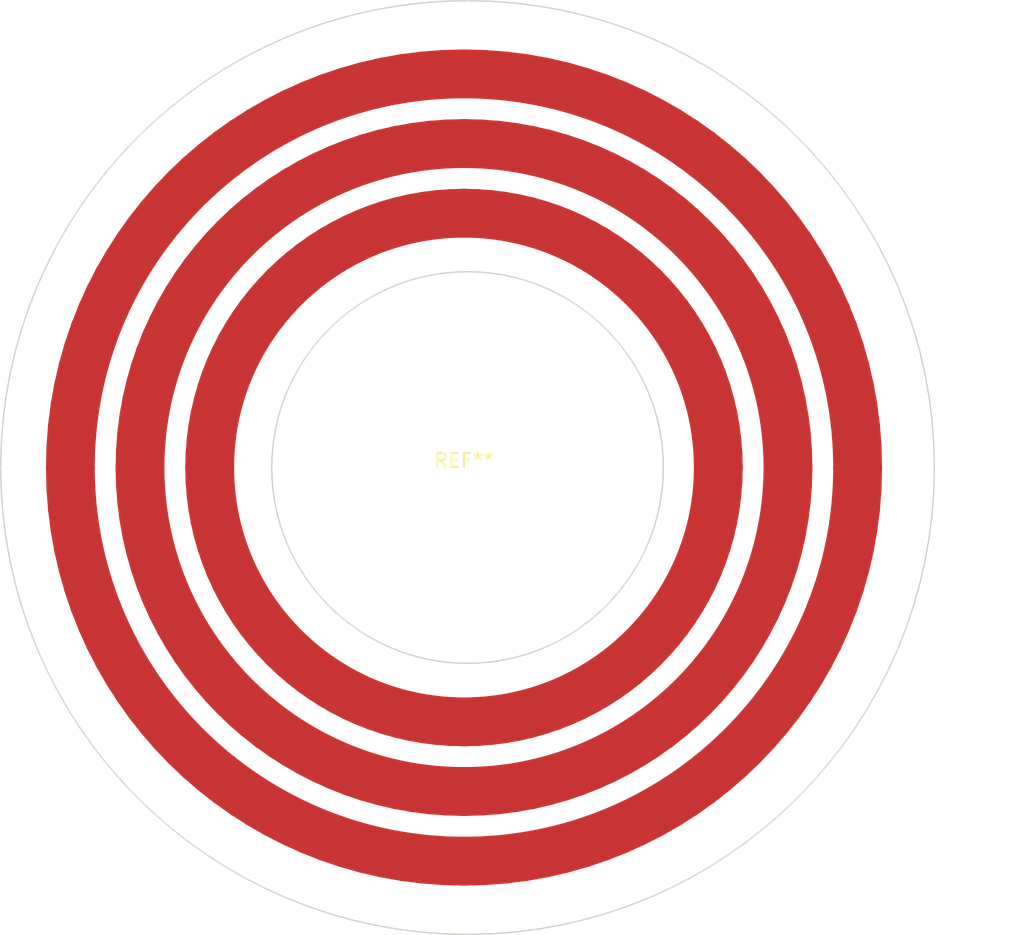
<source format=kicad_pcb>
(kicad_pcb (version 20211014) (generator pcbnew)
  (layers (0 "F.Cu" signal) (31 "B.Cu" signal) (34 "B.Paste" user) (35 "F.Paste" user) (36 "B.SilkS" user "B.Silkscreen") (37 "F.SilkS" user "F.Silkscreen") (38 "B.Mask" user) (39 "F.Mask" user) (44 "Edge.Cuts" user))
  (net 0 "")
  (footprint "Logos:slipring" (layer "F.Cu") (at 126.492 102.108)
    (fp_text reference "REF**")
    (fp_text value "slipring")
  )
  (gr_line (start 110.77791 72.651269) (end 112.222364 71.911463) (layer "Edge.Cuts") (width 0.1))
  (gr_line (start 121.277107 115.053884) (end 120.654745 114.772519) (layer "Edge.Cuts") (width 0.1))
  (gr_line (start 108.015831 74.329273) (end 109.375031 73.457907) (layer "Edge.Cuts") (width 0.1))
  (gr_line (start 126.746 135.608) (end 125.022094 135.56441) (layer "Edge.Cuts") (width 0.1))
  (gr_line (start 93.246 102.108) (end 93.246 102.108) (layer "Edge.Cuts") (width 0.1))
  (gr_line (start 94.752094 92.146124) (end 95.278771 90.589576) (layer "Edge.Cuts") (width 0.1))
  (gr_line (start 156.202731 118.07609) (end 155.396093 119.47897) (layer "Edge.Cuts") (width 0.1))
  (gr_line (start 159.565399 108.859419) (end 159.191331 110.480173) (layer "Edge.Cuts") (width 0.1))
  (gr_line (start 140.164342 97.929961) (end 140.353672 98.596687) (layer "Edge.Cuts") (width 0.1))
  (gr_line (start 117.299097 91.707935) (end 117.808895 91.266336) (layer "Edge.Cuts") (width 0.1))
  (gr_line (start 130.171181 68.780957) (end 131.84772 68.993995) (layer "Edge.Cuts") (width 0.1))
  (gr_line (start 138.761936 109.393436) (end 138.396482 109.963488) (layer "Edge.Cuts") (width 0.1))
  (gr_line (start 104.221356 77.310692) (end 105.436888 76.257771) (layer "Edge.Cuts") (width 0.1))
  (gr_line (start 130.924039 115.526342) (end 130.257313 115.715672) (layer "Edge.Cuts") (width 0.1))
  (gr_line (start 130.924039 88.689658) (end 131.57686 88.910548) (layer "Edge.Cuts") (width 0.1))
  (gr_line (start 123.234687 88.500329) (end 123.914436 88.343443) (layer "Edge.Cuts") (width 0.1))
  (gr_line (start 140.353672 98.596687) (end 140.510557 99.276436) (layer "Edge.Cuts") (width 0.1))
  (gr_line (start 154.524727 120.838169) (end 153.590737 122.151585) (layer "Edge.Cuts") (width 0.1))
  (gr_line (start 103.057922 78.419922) (end 104.221356 77.310692) (layer "Edge.Cuts") (width 0.1))
  (gr_line (start 113.800117 107.576893) (end 113.548548 106.93886) (layer "Edge.Cuts") (width 0.1))
  (gr_line (start 124.606324 115.996115) (end 123.914436 115.872557) (layer "Edge.Cuts") (width 0.1))
  (gr_line (start 140.510557 104.939564) (end 140.353672 105.619313) (layer "Edge.Cuts") (width 0.1))
  (gr_line (start 139.100243 108.805064) (end 138.761936 109.393436) (layer "Edge.Cuts") (width 0.1))
  (gr_line (start 139.943452 97.27714) (end 140.164342 97.929961) (layer "Edge.Cuts") (width 0.1))
  (gr_line (start 140.510557 99.276436) (end 140.634115 99.968324) (layer "Edge.Cuts") (width 0.1))
  (gr_line (start 115.227576 70.640771) (end 116.784124 70.114094) (layer "Edge.Cuts") (width 0.1))
  (gr_line (start 119.460564 114.123936) (end 118.890512 113.758482) (layer "Edge.Cuts") (width 0.1))
  (gr_line (start 140.723464 103.54453) (end 140.634115 104.247676) (layer "Edge.Cuts") (width 0.1))
  (gr_line (start 123.320819 68.780957) (end 125.022094 68.65159) (layer "Edge.Cuts") (width 0.1))
  (gr_line (start 112.981443 99.276436) (end 113.138329 98.596687) (layer "Edge.Cuts") (width 0.1))
  (gr_line (start 113.327658 97.929961) (end 113.548548 97.27714) (layer "Edge.Cuts") (width 0.1))
  (gr_line (start 95.278771 90.589576) (end 95.878596 89.068287) (layer "Edge.Cuts") (width 0.1))
  (gr_line (start 105.436888 76.257771) (end 106.702415 75.263263) (layer "Edge.Cuts") (width 0.1))
  (gr_line (start 116.784124 70.114094) (end 118.373827 69.662669) (layer "Edge.Cuts") (width 0.1))
  (gr_line (start 133.497419 134.927399) (end 131.84772 135.222005) (layer "Edge.Cuts") (width 0.1))
  (gr_line (start 101.948692 124.632644) (end 100.895771 123.417112) (layer "Edge.Cuts") (width 0.1))
  (gr_line (start 135.118173 134.553331) (end 133.497419 134.927399) (layer "Edge.Cuts") (width 0.1))
  (gr_line (start 125.022094 135.56441) (end 123.320819 135.435043) (layer "Edge.Cuts") (width 0.1))
  (gr_line (start 100.895771 123.417112) (end 99.901263 122.151585) (layer "Edge.Cuts") (width 0.1))
  (gr_line (start 155.396093 84.737031) (end 156.202731 86.13991) (layer "Edge.Cuts") (width 0.1))
  (gr_line (start 151.543308 79.583356) (end 152.596229 80.798888) (layer "Edge.Cuts") (width 0.1))
  (gr_line (start 140.164342 106.286039) (end 139.943452 106.93886) (layer "Edge.Cuts") (width 0.1))
  (gr_line (start 160.073043 105.533181) (end 159.860005 107.20972) (layer "Edge.Cuts") (width 0.1))
  (gr_line (start 106.702415 128.952737) (end 105.436888 127.958229) (layer "Edge.Cuts") (width 0.1))
  (gr_line (start 121.64428 135.222005) (end 119.994581 134.927399) (layer "Edge.Cuts") (width 0.1))
  (gr_line (start 106.702415 75.263263) (end 108.015831 74.329273) (layer "Edge.Cuts") (width 0.1))
  (gr_line (start 116.811149 112.042851) (end 116.345935 111.554903) (layer "Edge.Cuts") (width 0.1))
  (gr_line (start 127.469011 116.139721) (end 126.746 116.158003) (layer "Edge.Cuts") (width 0.1))
  (gr_line (start 114.081481 96.016745) (end 114.391757 95.410936) (layer "Edge.Cuts") (width 0.1))
  (gr_line (start 132.214893 115.053884) (end 131.57686 115.305452) (layer "Edge.Cuts") (width 0.1))
  (gr_line (start 113.327658 106.286039) (end 113.138329 105.619313) (layer "Edge.Cuts") (width 0.1))
  (gr_line (start 138.264424 133.575229) (end 136.707876 134.101907) (layer "Edge.Cuts") (width 0.1))
  (gr_line (start 158.213229 113.626424) (end 157.613404 115.147713) (layer "Edge.Cuts") (width 0.1))
  (gr_line (start 97.289269 118.07609) (end 96.549463 116.631636) (layer "Edge.Cuts") (width 0.1))
  (gr_line (start 140.796003 102.108) (end 140.777721 102.831011) (layer "Edge.Cuts") (width 0.1))
  (gr_line (start 122.567961 115.526342) (end 121.91514 115.305452) (layer "Edge.Cuts") (width 0.1))
  (gr_line (start 95.278771 113.626424) (end 94.752094 112.069876) (layer "Edge.Cuts") (width 0.1))
  (gr_line (start 140.796003 102.108) (end 140.796003 102.108) (layer "Edge.Cuts") (width 0.1))
  (gr_line (start 123.914436 88.343443) (end 124.606324 88.219885) (layer "Edge.Cuts") (width 0.1))
  (gr_line (start 117.808895 112.949664) (end 117.299097 112.508065) (layer "Edge.Cuts") (width 0.1))
  (gr_line (start 93.28959 103.831906) (end 93.246 102.108) (layer "Edge.Cuts") (width 0.1))
  (gr_line (start 159.860005 107.20972) (end 159.565399 108.859419) (layer "Edge.Cuts") (width 0.1))
  (gr_line (start 98.095907 119.47897) (end 97.289269 118.07609) (layer "Edge.Cuts") (width 0.1))
  (gr_line (start 110.77791 131.564731) (end 109.375031 130.758093) (layer "Edge.Cuts") (width 0.1))
  (gr_line (start 126.022989 88.076279) (end 126.746 88.057997) (layer "Edge.Cuts") (width 0.1))
  (gr_line (start 109.375031 73.457907) (end 110.77791 72.651269) (layer "Edge.Cuts") (width 0.1))
  (gr_line (start 126.746 88.057997) (end 126.746 88.057997) (layer "Edge.Cuts") (width 0.1))
  (gr_line (start 93.28959 100.384094) (end 93.418957 98.682819) (layer "Edge.Cuts") (width 0.1))
  (gr_line (start 139.943452 106.93886) (end 139.691884 107.576893) (layer "Edge.Cuts") (width 0.1))
  (gr_line (start 119.994581 69.288601) (end 121.64428 68.993995) (layer "Edge.Cuts") (width 0.1))
  (gr_line (start 95.878596 89.068287) (end 96.549463 87.584364) (layer "Edge.Cuts") (width 0.1))
  (gr_line (start 146.789585 75.263263) (end 148.055112 76.257771) (layer "Edge.Cuts") (width 0.1))
  (gr_line (start 113.800117 96.639107) (end 114.081481 96.016745) (layer "Edge.Cuts") (width 0.1))
  (gr_line (start 118.373827 134.553331) (end 116.784124 134.101907) (layer "Edge.Cuts") (width 0.1))
  (gr_line (start 132.837255 89.443481) (end 133.443064 89.753757) (layer "Edge.Cuts") (width 0.1))
  (gr_line (start 136.707876 70.114094) (end 138.264424 70.640771) (layer "Edge.Cuts") (width 0.1))
  (gr_line (start 133.443064 89.753757) (end 134.031436 90.092064) (layer "Edge.Cuts") (width 0.1))
  (gr_line (start 152.596229 80.798888) (end 153.590737 82.064415) (layer "Edge.Cuts") (width 0.1))
  (gr_line (start 154.524727 83.377831) (end 155.396093 84.737031) (layer "Edge.Cuts") (width 0.1))
  (gr_line (start 112.857885 104.247676) (end 112.768536 103.54453) (layer "Edge.Cuts") (width 0.1))
  (gr_line (start 140.634115 99.968324) (end 140.723464 100.67147) (layer "Edge.Cuts") (width 0.1))
  (gr_line (start 135.683105 91.266336) (end 136.192903 91.707935) (layer "Edge.Cuts") (width 0.1))
  (gr_line (start 94.752094 112.069876) (end 94.300669 110.480173) (layer "Edge.Cuts") (width 0.1))
  (gr_line (start 158.213229 90.589576) (end 158.739907 92.146124) (layer "Edge.Cuts") (width 0.1))
  (gr_line (start 94.300669 93.735827) (end 94.752094 92.146124) (layer "Edge.Cuts") (width 0.1))
  (gr_line (start 114.391757 95.410936) (end 114.730064 94.822564) (layer "Edge.Cuts") (width 0.1))
  (gr_line (start 97.289269 86.13991) (end 98.095907 84.737031) (layer "Edge.Cuts") (width 0.1))
  (gr_line (start 112.714279 102.831011) (end 112.695997 102.108) (layer "Edge.Cuts") (width 0.1))
  (gr_line (start 156.202731 86.13991) (end 156.942537 87.584364) (layer "Edge.Cuts") (width 0.1))
  (gr_line (start 156.942537 87.584364) (end 157.613404 89.068287) (layer "Edge.Cuts") (width 0.1))
  (gr_line (start 159.860005 97.00628) (end 160.073043 98.682819) (layer "Edge.Cuts") (width 0.1))
  (gr_line (start 139.691884 107.576893) (end 139.410519 108.199255) (layer "Edge.Cuts") (width 0.1))
  (gr_line (start 145.476169 74.329273) (end 146.789585 75.263263) (layer "Edge.Cuts") (width 0.1))
  (gr_line (start 120.048936 89.753757) (end 120.654745 89.443481) (layer "Edge.Cuts") (width 0.1))
  (gr_line (start 160.20241 103.831906) (end 160.073043 105.533181) (layer "Edge.Cuts") (width 0.1))
  (gr_line (start 145.476169 129.886727) (end 144.11697 130.758093) (layer "Edge.Cuts") (width 0.1))
  (gr_line (start 140.777721 102.831011) (end 140.723464 103.54453) (layer "Edge.Cuts") (width 0.1))
  (gr_line (start 131.84772 68.993995) (end 133.497419 69.288601) (layer "Edge.Cuts") (width 0.1))
  (gr_line (start 114.730064 94.822564) (end 115.095518 94.252512) (layer "Edge.Cuts") (width 0.1))
  (gr_line (start 114.081481 108.199255) (end 113.800117 107.576893) (layer "Edge.Cuts") (width 0.1))
  (gr_line (start 141.269636 132.304537) (end 139.785713 132.975404) (layer "Edge.Cuts") (width 0.1))
  (gr_line (start 125.30947 88.130536) (end 126.022989 88.076279) (layer "Edge.Cuts") (width 0.1))
  (gr_line (start 128.18253 88.130536) (end 128.885676 88.219885) (layer "Edge.Cuts") (width 0.1))
  (gr_line (start 112.981443 104.939564) (end 112.857885 104.247676) (layer "Edge.Cuts") (width 0.1))
  (gr_line (start 115.227576 133.575229) (end 113.706287 132.975404) (layer "Edge.Cuts") (width 0.1))
  (gr_line (start 113.548548 106.93886) (end 113.327658 106.286039) (layer "Edge.Cuts") (width 0.1))
  (gr_line (start 100.895771 80.798888) (end 101.948692 79.583356) (layer "Edge.Cuts") (width 0.1))
  (gr_line (start 93.631995 97.00628) (end 93.926601 95.356581) (layer "Edge.Cuts") (width 0.1))
  (gr_line (start 104.221356 126.905308) (end 103.057922 125.796078) (layer "Edge.Cuts") (width 0.1))
  (gr_line (start 137.146065 92.661097) (end 137.587664 93.170895) (layer "Edge.Cuts") (width 0.1))
  (gr_line (start 142.71409 131.564731) (end 141.269636 132.304537) (layer "Edge.Cuts") (width 0.1))
  (gr_line (start 98.095907 84.737031) (end 98.967273 83.377831) (layer "Edge.Cuts") (width 0.1))
  (gr_line (start 117.299097 112.508065) (end 116.811149 112.042851) (layer "Edge.Cuts") (width 0.1))
  (gr_line (start 131.57686 88.910548) (end 132.214893 89.162117) (layer "Edge.Cuts") (width 0.1))
  (gr_line (start 112.222364 71.911463) (end 113.706287 71.240596) (layer "Edge.Cuts") (width 0.1))
  (gr_line (start 130.257313 88.500329) (end 130.924039 88.689658) (layer "Edge.Cuts") (width 0.1))
  (gr_line (start 93.926601 108.859419) (end 93.631995 107.20972) (layer "Edge.Cuts") (width 0.1))
  (gr_line (start 95.878596 115.147713) (end 95.278771 113.626424) (layer "Edge.Cuts") (width 0.1))
  (gr_line (start 126.746 116.158003) (end 126.746 116.158003) (layer "Edge.Cuts") (width 0.1))
  (gr_line (start 131.57686 115.305452) (end 130.924039 115.526342) (layer "Edge.Cuts") (width 0.1))
  (gr_line (start 121.277107 89.162117) (end 121.91514 88.910548) (layer "Edge.Cuts") (width 0.1))
  (gr_line (start 139.100243 95.410936) (end 139.410519 96.016745) (layer "Edge.Cuts") (width 0.1))
  (gr_line (start 135.152339 90.849236) (end 135.683105 91.266336) (layer "Edge.Cuts") (width 0.1))
  (gr_line (start 131.84772 135.222005) (end 130.171181 135.435043) (layer "Edge.Cuts") (width 0.1))
  (gr_line (start 144.11697 73.457907) (end 145.476169 74.329273) (layer "Edge.Cuts") (width 0.1))
  (gr_line (start 120.654745 89.443481) (end 121.277107 89.162117) (layer "Edge.Cuts") (width 0.1))
  (gr_line (start 93.418957 98.682819) (end 93.631995 97.00628) (layer "Edge.Cuts") (width 0.1))
  (gr_line (start 159.191331 110.480173) (end 158.739907 112.069876) (layer "Edge.Cuts") (width 0.1))
  (gr_line (start 105.436888 127.958229) (end 104.221356 126.905308) (layer "Edge.Cuts") (width 0.1))
  (gr_line (start 112.857885 99.968324) (end 112.981443 99.276436) (layer "Edge.Cuts") (width 0.1))
  (gr_line (start 148.055112 127.958229) (end 146.789585 128.952737) (layer "Edge.Cuts") (width 0.1))
  (gr_line (start 157.613404 115.147713) (end 156.942537 116.631636) (layer "Edge.Cuts") (width 0.1))
  (gr_line (start 160.246 102.108) (end 160.246 102.108) (layer "Edge.Cuts") (width 0.1))
  (gr_line (start 116.345935 111.554903) (end 115.904336 111.045105) (layer "Edge.Cuts") (width 0.1))
  (gr_line (start 118.890512 113.758482) (end 118.339661 113.366764) (layer "Edge.Cuts") (width 0.1))
  (gr_line (start 134.031436 114.123936) (end 133.443064 114.462243) (layer "Edge.Cuts") (width 0.1))
  (gr_line (start 133.497419 69.288601) (end 135.118173 69.662669) (layer "Edge.Cuts") (width 0.1))
  (gr_line (start 139.691884 96.639107) (end 139.943452 97.27714) (layer "Edge.Cuts") (width 0.1))
  (gr_line (start 129.577564 88.343443) (end 130.257313 88.500329) (layer "Edge.Cuts") (width 0.1))
  (gr_line (start 159.191331 93.735827) (end 159.565399 95.356581) (layer "Edge.Cuts") (width 0.1))
  (gr_line (start 160.246 102.108) (end 160.246 102.108) (layer "Edge.Cuts") (width 0.1))
  (gr_line (start 156.942537 116.631636) (end 156.202731 118.07609) (layer "Edge.Cuts") (width 0.1))
  (gr_line (start 149.270644 77.310692) (end 150.434078 78.419922) (layer "Edge.Cuts") (width 0.1))
  (gr_line (start 134.601488 90.457518) (end 135.152339 90.849236) (layer "Edge.Cuts") (width 0.1))
  (gr_line (start 153.590737 82.064415) (end 154.524727 83.377831) (layer "Edge.Cuts") (width 0.1))
  (gr_line (start 139.785713 71.240596) (end 141.269636 71.911463) (layer "Edge.Cuts") (width 0.1))
  (gr_line (start 96.549463 116.631636) (end 95.878596 115.147713) (layer "Edge.Cuts") (width 0.1))
  (gr_line (start 115.487236 110.514339) (end 115.095518 109.963488) (layer "Edge.Cuts") (width 0.1))
  (gr_line (start 137.146065 111.554903) (end 136.680851 112.042851) (layer "Edge.Cuts") (width 0.1))
  (gr_line (start 140.796003 102.108) (end 140.796003 102.108) (layer "Edge.Cuts") (width 0.1))
  (gr_line (start 125.022094 68.65159) (end 126.746 68.608) (layer "Edge.Cuts") (width 0.1))
  (gr_line (start 118.339661 113.366764) (end 117.808895 112.949664) (layer "Edge.Cuts") (width 0.1))
  (gr_line (start 129.577564 115.872557) (end 128.885676 115.996115) (layer "Edge.Cuts") (width 0.1))
  (gr_line (start 115.904336 111.045105) (end 115.487236 110.514339) (layer "Edge.Cuts") (width 0.1))
  (gr_line (start 126.746 68.608) (end 126.746 68.608) (layer "Edge.Cuts") (width 0.1))
  (gr_line (start 160.073043 98.682819) (end 160.20241 100.384094) (layer "Edge.Cuts") (width 0.1))
  (gr_line (start 119.460564 90.092064) (end 120.048936 89.753757) (layer "Edge.Cuts") (width 0.1))
  (gr_line (start 103.057922 125.796078) (end 101.948692 124.632644) (layer "Edge.Cuts") (width 0.1))
  (gr_line (start 132.837255 114.772519) (end 132.214893 115.053884) (layer "Edge.Cuts") (width 0.1))
  (gr_line (start 149.270644 126.905308) (end 148.055112 127.958229) (layer "Edge.Cuts") (width 0.1))
  (gr_line (start 136.192903 91.707935) (end 136.680851 92.173149) (layer "Edge.Cuts") (width 0.1))
  (gr_line (start 113.706287 71.240596) (end 115.227576 70.640771) (layer "Edge.Cuts") (width 0.1))
  (gr_line (start 130.171181 135.435043) (end 128.469906 135.56441) (layer "Edge.Cuts") (width 0.1))
  (gr_line (start 141.269636 71.911463) (end 142.71409 72.651269) (layer "Edge.Cuts") (width 0.1))
  (gr_line (start 138.004764 93.701661) (end 138.396482 94.252512) (layer "Edge.Cuts") (width 0.1))
  (gr_line (start 117.808895 91.266336) (end 118.339661 90.849236) (layer "Edge.Cuts") (width 0.1))
  (gr_line (start 137.587664 93.170895) (end 138.004764 93.701661) (layer "Edge.Cuts") (width 0.1))
  (gr_line (start 139.785713 132.975404) (end 138.264424 133.575229) (layer "Edge.Cuts") (width 0.1))
  (gr_line (start 128.18253 116.085464) (end 127.469011 116.139721) (layer "Edge.Cuts") (width 0.1))
  (gr_line (start 126.746 135.608) (end 126.746 135.608) (layer "Edge.Cuts") (width 0.1))
  (gr_line (start 126.746 68.608) (end 128.469906 68.65159) (layer "Edge.Cuts") (width 0.1))
  (gr_line (start 121.91514 88.910548) (end 122.567961 88.689658) (layer "Edge.Cuts") (width 0.1))
  (gr_line (start 118.373827 69.662669) (end 119.994581 69.288601) (layer "Edge.Cuts") (width 0.1))
  (gr_line (start 128.885676 115.996115) (end 128.18253 116.085464) (layer "Edge.Cuts") (width 0.1))
  (gr_line (start 140.353672 105.619313) (end 140.164342 106.286039) (layer "Edge.Cuts") (width 0.1))
  (gr_line (start 112.768536 100.67147) (end 112.857885 99.968324) (layer "Edge.Cuts") (width 0.1))
  (gr_line (start 101.948692 79.583356) (end 103.057922 78.419922) (layer "Edge.Cuts") (width 0.1))
  (gr_line (start 116.345935 92.661097) (end 116.811149 92.173149) (layer "Edge.Cuts") (width 0.1))
  (gr_line (start 159.565399 95.356581) (end 159.860005 97.00628) (layer "Edge.Cuts") (width 0.1))
  (gr_line (start 150.434078 125.796078) (end 149.270644 126.905308) (layer "Edge.Cuts") (width 0.1))
  (gr_line (start 121.64428 68.993995) (end 123.320819 68.780957) (layer "Edge.Cuts") (width 0.1))
  (gr_line (start 135.683105 112.949664) (end 135.152339 113.366764) (layer "Edge.Cuts") (width 0.1))
  (gr_line (start 136.680851 112.042851) (end 136.192903 112.508065) (layer "Edge.Cuts") (width 0.1))
  (gr_line (start 128.885676 88.219885) (end 129.577564 88.343443) (layer "Edge.Cuts") (width 0.1))
  (gr_line (start 155.396093 119.47897) (end 154.524727 120.838169) (layer "Edge.Cuts") (width 0.1))
  (gr_line (start 134.601488 113.758482) (end 134.031436 114.123936) (layer "Edge.Cuts") (width 0.1))
  (gr_line (start 134.031436 90.092064) (end 134.601488 90.457518) (layer "Edge.Cuts") (width 0.1))
  (gr_line (start 119.994581 134.927399) (end 118.373827 134.553331) (layer "Edge.Cuts") (width 0.1))
  (gr_line (start 160.246 102.108) (end 160.20241 103.831906) (layer "Edge.Cuts") (width 0.1))
  (gr_line (start 112.768536 103.54453) (end 112.714279 102.831011) (layer "Edge.Cuts") (width 0.1))
  (gr_line (start 133.443064 114.462243) (end 132.837255 114.772519) (layer "Edge.Cuts") (width 0.1))
  (gr_line (start 98.967273 83.377831) (end 99.901263 82.064415) (layer "Edge.Cuts") (width 0.1))
  (gr_line (start 128.469906 135.56441) (end 126.746 135.608) (layer "Edge.Cuts") (width 0.1))
  (gr_line (start 93.246 102.108) (end 93.28959 100.384094) (layer "Edge.Cuts") (width 0.1))
  (gr_line (start 138.396482 94.252512) (end 138.761936 94.822564) (layer "Edge.Cuts") (width 0.1))
  (gr_line (start 157.613404 89.068287) (end 158.213229 90.589576) (layer "Edge.Cuts") (width 0.1))
  (gr_line (start 137.587664 111.045105) (end 137.146065 111.554903) (layer "Edge.Cuts") (width 0.1))
  (gr_line (start 112.695997 102.108) (end 112.695997 102.108) (layer "Edge.Cuts") (width 0.1))
  (gr_line (start 138.761936 94.822564) (end 139.100243 95.410936) (layer "Edge.Cuts") (width 0.1))
  (gr_line (start 123.914436 115.872557) (end 123.234687 115.715672) (layer "Edge.Cuts") (width 0.1))
  (gr_line (start 158.739907 112.069876) (end 158.213229 113.626424) (layer "Edge.Cuts") (width 0.1))
  (gr_line (start 136.680851 92.173149) (end 137.146065 92.661097) (layer "Edge.Cuts") (width 0.1))
  (gr_line (start 138.004764 110.514339) (end 137.587664 111.045105) (layer "Edge.Cuts") (width 0.1))
  (gr_line (start 140.723464 100.67147) (end 140.777721 101.384989) (layer "Edge.Cuts") (width 0.1))
  (gr_line (start 144.11697 130.758093) (end 142.71409 131.564731) (layer "Edge.Cuts") (width 0.1))
  (gr_line (start 138.396482 109.963488) (end 138.004764 110.514339) (layer "Edge.Cuts") (width 0.1))
  (gr_line (start 114.391757 108.805064) (end 114.081481 108.199255) (layer "Edge.Cuts") (width 0.1))
  (gr_line (start 151.543308 124.632644) (end 150.434078 125.796078) (layer "Edge.Cuts") (width 0.1))
  (gr_line (start 128.469906 68.65159) (end 130.171181 68.780957) (layer "Edge.Cuts") (width 0.1))
  (gr_line (start 123.234687 115.715672) (end 122.567961 115.526342) (layer "Edge.Cuts") (width 0.1))
  (gr_line (start 113.138329 105.619313) (end 112.981443 104.939564) (layer "Edge.Cuts") (width 0.1))
  (gr_line (start 132.214893 89.162117) (end 132.837255 89.443481) (layer "Edge.Cuts") (width 0.1))
  (gr_line (start 138.264424 70.640771) (end 139.785713 71.240596) (layer "Edge.Cuts") (width 0.1))
  (gr_line (start 122.567961 88.689658) (end 123.234687 88.500329) (layer "Edge.Cuts") (width 0.1))
  (gr_line (start 135.152339 113.366764) (end 134.601488 113.758482) (layer "Edge.Cuts") (width 0.1))
  (gr_line (start 146.789585 128.952737) (end 145.476169 129.886727) (layer "Edge.Cuts") (width 0.1))
  (gr_line (start 123.320819 135.435043) (end 121.64428 135.222005) (layer "Edge.Cuts") (width 0.1))
  (gr_line (start 114.730064 109.393436) (end 114.391757 108.805064) (layer "Edge.Cuts") (width 0.1))
  (gr_line (start 99.901263 122.151585) (end 98.967273 120.838169) (layer "Edge.Cuts") (width 0.1))
  (gr_line (start 121.91514 115.305452) (end 121.277107 115.053884) (layer "Edge.Cuts") (width 0.1))
  (gr_line (start 125.30947 116.085464) (end 124.606324 115.996115) (layer "Edge.Cuts") (width 0.1))
  (gr_line (start 93.631995 107.20972) (end 93.418957 105.533181) (layer "Edge.Cuts") (width 0.1))
  (gr_line (start 116.811149 92.173149) (end 117.299097 91.707935) (layer "Edge.Cuts") (width 0.1))
  (gr_line (start 152.596229 123.417112) (end 151.543308 124.632644) (layer "Edge.Cuts") (width 0.1))
  (gr_line (start 94.300669 110.480173) (end 93.926601 108.859419) (layer "Edge.Cuts") (width 0.1))
  (gr_line (start 142.71409 72.651269) (end 144.11697 73.457907) (layer "Edge.Cuts") (width 0.1))
  (gr_line (start 115.904336 93.170895) (end 116.345935 92.661097) (layer "Edge.Cuts") (width 0.1))
  (gr_line (start 136.707876 134.101907) (end 135.118173 134.553331) (layer "Edge.Cuts") (width 0.1))
  (gr_line (start 124.606324 88.219885) (end 125.30947 88.130536) (layer "Edge.Cuts") (width 0.1))
  (gr_line (start 139.410519 96.016745) (end 139.691884 96.639107) (layer "Edge.Cuts") (width 0.1))
  (gr_line (start 113.706287 132.975404) (end 112.222364 132.304537) (layer "Edge.Cuts") (width 0.1))
  (gr_line (start 116.784124 134.101907) (end 115.227576 133.575229) (layer "Edge.Cuts") (width 0.1))
  (gr_line (start 112.714279 101.384989) (end 112.768536 100.67147) (layer "Edge.Cuts") (width 0.1))
  (gr_line (start 136.192903 112.508065) (end 135.683105 112.949664) (layer "Edge.Cuts") (width 0.1))
  (gr_line (start 115.095518 109.963488) (end 114.730064 109.393436) (layer "Edge.Cuts") (width 0.1))
  (gr_line (start 135.118173 69.662669) (end 136.707876 70.114094) (layer "Edge.Cuts") (width 0.1))
  (gr_line (start 108.015831 129.886727) (end 106.702415 128.952737) (layer "Edge.Cuts") (width 0.1))
  (gr_line (start 115.487236 93.701661) (end 115.904336 93.170895) (layer "Edge.Cuts") (width 0.1))
  (gr_line (start 96.549463 87.584364) (end 97.289269 86.13991) (layer "Edge.Cuts") (width 0.1))
  (gr_line (start 109.375031 130.758093) (end 108.015831 129.886727) (layer "Edge.Cuts") (width 0.1))
  (gr_line (start 112.695997 102.108) (end 112.714279 101.384989) (layer "Edge.Cuts") (width 0.1))
  (gr_line (start 98.967273 120.838169) (end 98.095907 119.47897) (layer "Edge.Cuts") (width 0.1))
  (gr_line (start 118.890512 90.457518) (end 119.460564 90.092064) (layer "Edge.Cuts") (width 0.1))
  (gr_line (start 126.746 116.158003) (end 126.022989 116.139721) (layer "Edge.Cuts") (width 0.1))
  (gr_line (start 93.418957 105.533181) (end 93.28959 103.831906) (layer "Edge.Cuts") (width 0.1))
  (gr_line (start 120.048936 114.462243) (end 119.460564 114.123936) (layer "Edge.Cuts") (width 0.1))
  (gr_line (start 130.257313 115.715672) (end 129.577564 115.872557) (layer "Edge.Cuts") (width 0.1))
  (gr_line (start 115.095518 94.252512) (end 115.487236 93.701661) (layer "Edge.Cuts") (width 0.1))
  (gr_line (start 120.654745 114.772519) (end 120.048936 114.462243) (layer "Edge.Cuts") (width 0.1))
  (gr_line (start 93.926601 95.356581) (end 94.300669 93.735827) (layer "Edge.Cuts") (width 0.1))
  (gr_line (start 153.590737 122.151585) (end 152.596229 123.417112) (layer "Edge.Cuts") (width 0.1))
  (gr_line (start 160.20241 100.384094) (end 160.246 102.108) (layer "Edge.Cuts") (width 0.1))
  (gr_line (start 140.777721 101.384989) (end 140.796003 102.108) (layer "Edge.Cuts") (width 0.1))
  (gr_line (start 158.739907 92.146124) (end 159.191331 93.735827) (layer "Edge.Cuts") (width 0.1))
  (gr_line (start 126.746 88.057997) (end 127.469011 88.076279) (layer "Edge.Cuts") (width 0.1))
  (gr_line (start 99.901263 82.064415) (end 100.895771 80.798888) (layer "Edge.Cuts") (width 0.1))
  (gr_line (start 139.410519 108.199255) (end 139.100243 108.805064) (layer "Edge.Cuts") (width 0.1))
  (gr_line (start 113.138329 98.596687) (end 113.327658 97.929961) (layer "Edge.Cuts") (width 0.1))
  (gr_line (start 127.469011 88.076279) (end 128.18253 88.130536) (layer "Edge.Cuts") (width 0.1))
  (gr_line (start 113.548548 97.27714) (end 113.800117 96.639107) (layer "Edge.Cuts") (width 0.1))
  (gr_line (start 140.634115 104.247676) (end 140.510557 104.939564) (layer "Edge.Cuts") (width 0.1))
  (gr_line (start 112.222364 132.304537) (end 110.77791 131.564731) (layer "Edge.Cuts") (width 0.1))
  (gr_line (start 126.022989 116.139721) (end 125.30947 116.085464) (layer "Edge.Cuts") (width 0.1))
  (gr_line (start 150.434078 78.419922) (end 151.543308 79.583356) (layer "Edge.Cuts") (width 0.1))
  (gr_line (start 118.339661 90.849236) (end 118.890512 90.457518) (layer "Edge.Cuts") (width 0.1))
  (gr_line (start 148.055112 76.257771) (end 149.270644 77.310692) (layer "Edge.Cuts") (width 0.1))
)
</source>
